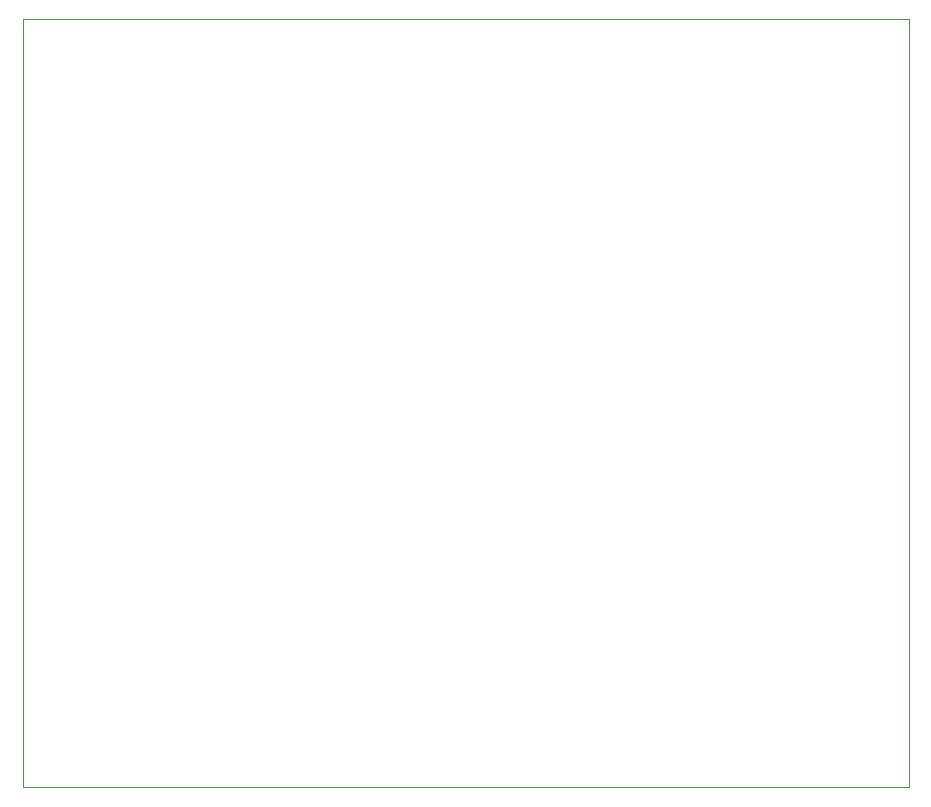
<source format=gm1>
G04 #@! TF.GenerationSoftware,KiCad,Pcbnew,7.0.8-7.0.8~ubuntu22.04.1*
G04 #@! TF.CreationDate,2023-12-12T02:33:25+01:00*
G04 #@! TF.ProjectId,kicad,6b696361-642e-46b6-9963-61645f706362,rev?*
G04 #@! TF.SameCoordinates,Original*
G04 #@! TF.FileFunction,Profile,NP*
%FSLAX46Y46*%
G04 Gerber Fmt 4.6, Leading zero omitted, Abs format (unit mm)*
G04 Created by KiCad (PCBNEW 7.0.8-7.0.8~ubuntu22.04.1) date 2023-12-12 02:33:25*
%MOMM*%
%LPD*%
G01*
G04 APERTURE LIST*
G04 #@! TA.AperFunction,Profile*
%ADD10C,0.100000*%
G04 #@! TD*
G04 APERTURE END LIST*
D10*
X100000000Y-108000000D02*
X100000000Y-43000000D01*
X100000000Y-43000000D02*
X175000000Y-43000000D01*
X175000000Y-43000000D02*
X175000000Y-108000000D01*
X175000000Y-108000000D02*
X100000000Y-108000000D01*
M02*

</source>
